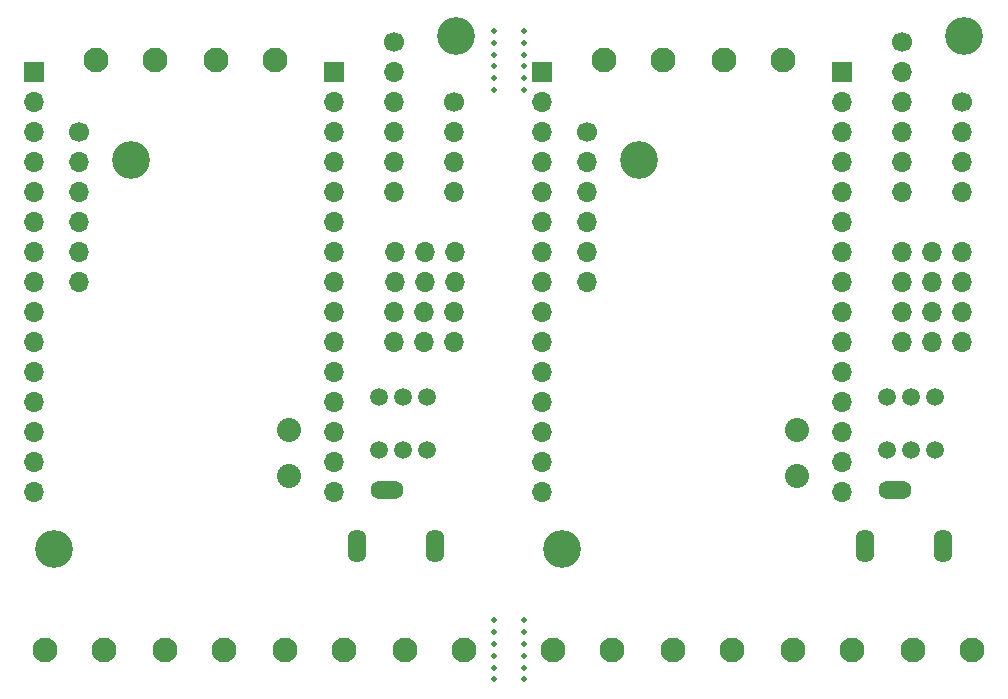
<source format=gbr>
%TF.GenerationSoftware,KiCad,Pcbnew,(7.0.0)*%
%TF.CreationDate,2023-04-15T00:39:35-04:00*%
%TF.ProjectId,NoU2-panelized2,4e6f5532-2d70-4616-9e65-6c697a656432,rev?*%
%TF.SameCoordinates,Original*%
%TF.FileFunction,Soldermask,Bot*%
%TF.FilePolarity,Negative*%
%FSLAX46Y46*%
G04 Gerber Fmt 4.6, Leading zero omitted, Abs format (unit mm)*
G04 Created by KiCad (PCBNEW (7.0.0)) date 2023-04-15 00:39:35*
%MOMM*%
%LPD*%
G01*
G04 APERTURE LIST*
G04 Aperture macros list*
%AMRoundRect*
0 Rectangle with rounded corners*
0 $1 Rounding radius*
0 $2 $3 $4 $5 $6 $7 $8 $9 X,Y pos of 4 corners*
0 Add a 4 corners polygon primitive as box body*
4,1,4,$2,$3,$4,$5,$6,$7,$8,$9,$2,$3,0*
0 Add four circle primitives for the rounded corners*
1,1,$1+$1,$2,$3*
1,1,$1+$1,$4,$5*
1,1,$1+$1,$6,$7*
1,1,$1+$1,$8,$9*
0 Add four rect primitives between the rounded corners*
20,1,$1+$1,$2,$3,$4,$5,0*
20,1,$1+$1,$4,$5,$6,$7,0*
20,1,$1+$1,$6,$7,$8,$9,0*
20,1,$1+$1,$8,$9,$2,$3,0*%
G04 Aperture macros list end*
%ADD10C,0.500000*%
%ADD11C,2.100000*%
%ADD12C,1.500000*%
%ADD13O,1.700000X1.700000*%
%ADD14R,1.700000X1.700000*%
%ADD15C,3.200000*%
%ADD16RoundRect,0.800000X0.000000X0.600000X0.000000X0.600000X0.000000X-0.600000X0.000000X-0.600000X0*%
%ADD17RoundRect,0.800000X-0.600000X0.000000X-0.600000X0.000000X0.600000X0.000000X0.600000X0.000000X0*%
%ADD18C,2.032000*%
%ADD19C,1.700000*%
G04 APERTURE END LIST*
D10*
%TO.C,REF\u002A\u002A*%
X43250000Y-7100600D03*
%TD*%
%TO.C,REF\u002A\u002A*%
X40750000Y-52999000D03*
%TD*%
%TO.C,REF\u002A\u002A*%
X43250000Y-58000999D03*
%TD*%
D11*
%TO.C,J19*%
X6994695Y-5547743D03*
X11994695Y-5547743D03*
%TD*%
%TO.C,J19*%
X49994695Y-5547743D03*
X54994695Y-5547743D03*
%TD*%
D12*
%TO.C,U4*%
X74020000Y-34072000D03*
X76020000Y-34072000D03*
X78020000Y-34072000D03*
X74020000Y-38572000D03*
X76020000Y-38572000D03*
X78020000Y-38572000D03*
%TD*%
%TO.C,U4*%
X31020000Y-34072000D03*
X33020000Y-34072000D03*
X35020000Y-34072000D03*
X31020000Y-38572000D03*
X33020000Y-38572000D03*
X35020000Y-38572000D03*
%TD*%
D13*
%TO.C,U18*%
X34797999Y-26923999D03*
X34797999Y-29463999D03*
X37337999Y-26923999D03*
X37337999Y-29463999D03*
X32257999Y-26923999D03*
X32257999Y-29463999D03*
%TD*%
%TO.C,U18*%
X77797999Y-26923999D03*
X77797999Y-29463999D03*
X80337999Y-26923999D03*
X80337999Y-29463999D03*
X75257999Y-26923999D03*
X75257999Y-29463999D03*
%TD*%
D10*
%TO.C,REF\u002A\u002A*%
X40750000Y-56000199D03*
%TD*%
%TO.C,REF\u002A\u002A*%
X43250000Y-52999000D03*
%TD*%
%TO.C,REF\u002A\u002A*%
X43250000Y-8101000D03*
%TD*%
%TO.C,REF\u002A\u002A*%
X40750000Y-5099801D03*
%TD*%
%TO.C,REF\u002A\u002A*%
X40750000Y-57000599D03*
%TD*%
%TO.C,REF\u002A\u002A*%
X43250000Y-5099801D03*
%TD*%
D11*
%TO.C,J11*%
X7732163Y-55530120D03*
X2732163Y-55530120D03*
%TD*%
%TO.C,J11*%
X50732163Y-55530120D03*
X45732163Y-55530120D03*
%TD*%
D10*
%TO.C,REF\u002A\u002A*%
X43250000Y-4099401D03*
%TD*%
%TO.C,REF\u002A\u002A*%
X40750000Y-4099401D03*
%TD*%
%TO.C,REF\u002A\u002A*%
X40750000Y-6100200D03*
%TD*%
D11*
%TO.C,J18*%
X17154695Y-5547743D03*
X22154695Y-5547743D03*
%TD*%
%TO.C,J18*%
X60154695Y-5547743D03*
X65154695Y-5547743D03*
%TD*%
D14*
%TO.C,J5*%
X27177999Y-6599999D03*
D13*
X27177999Y-9139999D03*
X27177999Y-11679999D03*
X27177999Y-14219999D03*
X27177999Y-16759999D03*
X27177999Y-19299999D03*
X27177999Y-21839999D03*
X27177999Y-24379999D03*
X27177999Y-26919999D03*
X27177999Y-29459999D03*
X27177999Y-31999999D03*
X27177999Y-34539999D03*
X27177999Y-37079999D03*
X27177999Y-39619999D03*
X27177999Y-42159999D03*
%TD*%
D14*
%TO.C,J5*%
X70177999Y-6599999D03*
D13*
X70177999Y-9139999D03*
X70177999Y-11679999D03*
X70177999Y-14219999D03*
X70177999Y-16759999D03*
X70177999Y-19299999D03*
X70177999Y-21839999D03*
X70177999Y-24379999D03*
X70177999Y-26919999D03*
X70177999Y-29459999D03*
X70177999Y-31999999D03*
X70177999Y-34539999D03*
X70177999Y-37079999D03*
X70177999Y-39619999D03*
X70177999Y-42159999D03*
%TD*%
D10*
%TO.C,REF\u002A\u002A*%
X43250000Y-56000199D03*
%TD*%
%TO.C,REF\u002A\u002A*%
X43250000Y-3099001D03*
%TD*%
D11*
%TO.C,J17*%
X38212163Y-55530120D03*
X33212163Y-55530120D03*
%TD*%
%TO.C,J17*%
X81212163Y-55530120D03*
X76212163Y-55530120D03*
%TD*%
D15*
%TO.C,REF\u002A\u002A*%
X53000000Y-14000000D03*
%TD*%
%TO.C,REF\u002A\u002A*%
X10000000Y-14000000D03*
%TD*%
D10*
%TO.C,REF\u002A\u002A*%
X43250000Y-6100200D03*
%TD*%
%TO.C,REF\u002A\u002A*%
X43250000Y-57000599D03*
%TD*%
%TO.C,REF\u002A\u002A*%
X40750000Y-3099001D03*
%TD*%
%TO.C,REF\u002A\u002A*%
X40750000Y-7100600D03*
%TD*%
%TO.C,REF\u002A\u002A*%
X40750000Y-58000999D03*
%TD*%
%TO.C,REF\u002A\u002A*%
X40750000Y-8101000D03*
%TD*%
%TO.C,REF\u002A\u002A*%
X43250000Y-53999400D03*
%TD*%
D13*
%TO.C,U17*%
X34839999Y-21829999D03*
X34839999Y-24369999D03*
X37379999Y-21829999D03*
X37379999Y-24369999D03*
X32299999Y-21829999D03*
X32299999Y-24369999D03*
%TD*%
%TO.C,U17*%
X77839999Y-21829999D03*
X77839999Y-24369999D03*
X80379999Y-21829999D03*
X80379999Y-24369999D03*
X75299999Y-21829999D03*
X75299999Y-24369999D03*
%TD*%
D10*
%TO.C,REF\u002A\u002A*%
X43250000Y-54999800D03*
%TD*%
%TO.C,REF\u002A\u002A*%
X40750000Y-53999400D03*
%TD*%
D16*
%TO.C,J10*%
X72095000Y-46700000D03*
X78745000Y-46700000D03*
D17*
X74645000Y-42000000D03*
%TD*%
D16*
%TO.C,J10*%
X29095000Y-46700000D03*
X35745000Y-46700000D03*
D17*
X31645000Y-42000000D03*
%TD*%
D11*
%TO.C,J15*%
X17892163Y-55530120D03*
X12892163Y-55530120D03*
%TD*%
%TO.C,J15*%
X60892163Y-55530120D03*
X55892163Y-55530120D03*
%TD*%
D10*
%TO.C,REF\u002A\u002A*%
X40750000Y-54999800D03*
%TD*%
D14*
%TO.C,J2*%
X1777999Y-6603999D03*
D13*
X1777999Y-9143999D03*
X1777999Y-11683999D03*
X1777999Y-14223999D03*
X1777999Y-16763999D03*
X1777999Y-19303999D03*
X1777999Y-21843999D03*
X1777999Y-24383999D03*
X1777999Y-26923999D03*
X1777999Y-29463999D03*
X1777999Y-32003999D03*
X1777999Y-34543999D03*
X1777999Y-37083999D03*
X1777999Y-39623999D03*
X1777999Y-42163999D03*
%TD*%
D14*
%TO.C,J2*%
X44777999Y-6603999D03*
D13*
X44777999Y-9143999D03*
X44777999Y-11683999D03*
X44777999Y-14223999D03*
X44777999Y-16763999D03*
X44777999Y-19303999D03*
X44777999Y-21843999D03*
X44777999Y-24383999D03*
X44777999Y-26923999D03*
X44777999Y-29463999D03*
X44777999Y-32003999D03*
X44777999Y-34543999D03*
X44777999Y-37083999D03*
X44777999Y-39623999D03*
X44777999Y-42163999D03*
%TD*%
D11*
%TO.C,J16*%
X71052163Y-55530120D03*
X66052163Y-55530120D03*
%TD*%
%TO.C,J16*%
X28052163Y-55530120D03*
X23052163Y-55530120D03*
%TD*%
D18*
%TO.C,J14*%
X23342600Y-36880800D03*
%TD*%
%TO.C,J14*%
X66342600Y-36880800D03*
%TD*%
%TO.C,J13*%
X66342600Y-40792400D03*
%TD*%
%TO.C,J13*%
X23342600Y-40792400D03*
%TD*%
D15*
%TO.C,REF\u002A\u002A*%
X37500000Y-3500000D03*
%TD*%
%TO.C,REF\u002A\u002A*%
X80500000Y-3500000D03*
%TD*%
%TO.C,REF\u002A\u002A*%
X46500000Y-47000000D03*
%TD*%
%TO.C,REF\u002A\u002A*%
X3500000Y-47000000D03*
%TD*%
D19*
%TO.C,J4*%
X48588000Y-11684000D03*
D13*
X48587999Y-14223999D03*
X48587999Y-16763999D03*
X48587999Y-19303999D03*
X48587999Y-21843999D03*
X48587999Y-24383999D03*
%TD*%
D19*
%TO.C,J4*%
X5588000Y-11684000D03*
D13*
X5587999Y-14223999D03*
X5587999Y-16763999D03*
X5587999Y-19303999D03*
X5587999Y-21843999D03*
X5587999Y-24383999D03*
%TD*%
D19*
%TO.C,J3*%
X37338000Y-9144000D03*
D13*
X37337999Y-11683999D03*
X37337999Y-14223999D03*
X37337999Y-16763999D03*
%TD*%
D19*
%TO.C,J3*%
X80338000Y-9144000D03*
D13*
X80337999Y-11683999D03*
X80337999Y-14223999D03*
X80337999Y-16763999D03*
%TD*%
D19*
%TO.C,J1*%
X32258000Y-4064000D03*
D13*
X32257999Y-6603999D03*
X32257999Y-9143999D03*
X32257999Y-11683999D03*
X32257999Y-14223999D03*
X32257999Y-16763999D03*
%TD*%
D19*
%TO.C,J1*%
X75258000Y-4064000D03*
D13*
X75257999Y-6603999D03*
X75257999Y-9143999D03*
X75257999Y-11683999D03*
X75257999Y-14223999D03*
X75257999Y-16763999D03*
%TD*%
M02*

</source>
